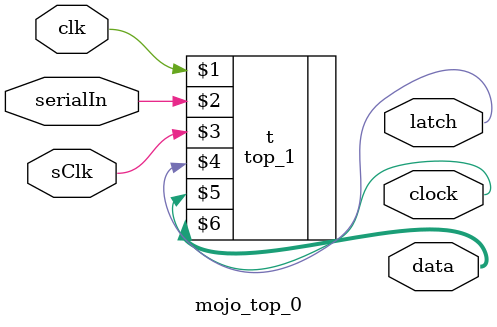
<source format=v>
module mojo_top_0(
    input  clk,
    input serialIn,
    input sClk,
    output latch,
    output clock,
    output [7:0]data
    );

  top_1 t(clk, serialIn, sClk, latch, clock, data);
  /*wire[63:0] top;
  //wire[63:0] botom = 0;
  wire[767:0] data;*/
  
  /*signal_shift a1 (clk, 277, top[0]);
  signal_shift a2 (clk, 249, top[1]);
  signal_shift a3 (clk, -109, top[2]);
  signal_shift a4 (clk, 389, top[3]);
  signal_shift a5 (clk, 445, top[4]);
  signal_shift a6 (clk, 53, top[5]);
  signal_shift a7 (clk, 496, top[6]);
  signal_shift a8 (clk, 589, top[7]);
  signal_shift a9 (clk, 183, top[8]);
  signal_shift a10 (clk, 261, top[9]);
  signal_shift a11 (clk, -2, top[10]);
  signal_shift a12 (clk, 563, top[11]);
  signal_shift a13 (clk, -608, top[12]);
  signal_shift a14 (clk, 213, top[13]);
  signal_shift a15 (clk, 573, top[14]);
  signal_shift a16 (clk, 561, top[15]);
  signal_shift a17 (clk, -260, top[16]);
  signal_shift a18 (clk, -100, top[17]);
  signal_shift a19 (clk, -285, top[18]);
  signal_shift a20 (clk, 350, top[19]);
  signal_shift a21 (clk, 478, top[20]);
  signal_shift a22 (clk, 27, top[21]);
  signal_shift a23 (clk, 311, top[22]);
  signal_shift a24 (clk, 204, top[23]);
  signal_shift a25 (clk, 133, top[24]);
  signal_shift a26 (clk, 329, top[25]);
  signal_shift a27 (clk, 166, top[26]);
  signal_shift a28 (clk, -420, top[27]);
  signal_shift a29 (clk, -107, top[28]);
  signal_shift a30 (clk, -587, top[29]);
  signal_shift a31 (clk, -374, top[30]);
  signal_shift a32 (clk, -549, top[31]);
  signal_shift a33 (clk, 76, top[32]);
  signal_shift a34 (clk, 251, top[33]);
  signal_shift a35 (clk, 38, top[34]);
  signal_shift a36 (clk, 518, top[35]);
  signal_shift a37 (clk, 205, top[36]);
  signal_shift a38 (clk, -459, top[37]);
  signal_shift a39 (clk, -296, top[38]);
  signal_shift a40 (clk, -492, top[39]);
  signal_shift a41 (clk, -421, top[40]);
  signal_shift a42 (clk, -315, top[41]);
  signal_shift a43 (clk, -598, top[42]);
  signal_shift a44 (clk, -147, top[43]);
  signal_shift a45 (clk, -275, top[44]);
  signal_shift a46 (clk, 340, top[45]);
  signal_shift a47 (clk, 526, top[46]);
  signal_shift a48 (clk, 365, top[47]);
  signal_shift a49 (clk, -64, top[48]);
  signal_shift a50 (clk, -52, top[49]);
  signal_shift a51 (clk, -412, top[50]);
  signal_shift a52 (clk, 17, top[51]);
  signal_shift a53 (clk, -62, top[52]);
  signal_shift a54 (clk, 623, top[53]);
  signal_shift a55 (clk, -364, top[54]);
  signal_shift a56 (clk, -442, top[55]);
  signal_shift a57 (clk, -36, top[56]);
  signal_shift a58 (clk, -130, top[57]);
  signal_shift a59 (clk, -573, top[58]);
  signal_shift a60 (clk, -180, top[59]);
  signal_shift a61 (clk, -236, top[60]);
  signal_shift a62 (clk, 516, top[61]);
  signal_shift a63 (clk, -376, top[62]);
  signal_shift a64 (clk, -349, top[63]);*/
  
  /*signal_shift a1 (clk, 430, top[0]);
  signal_shift a2 (clk, -554, top[1]);
  signal_shift a3 (clk, 584, top[2]);
  signal_shift a4 (clk, -46, top[3]);
  signal_shift a5 (clk, 579, top[4]);
  signal_shift a6 (clk, -41, top[5]);
  signal_shift a7 (clk, 71, top[6]);
  signal_shift a8 (clk, -195, top[7]);
  signal_shift a9 (clk, -554, top[8]);
  signal_shift a10 (clk, -46, top[9]);
  signal_shift a11 (clk, 87, top[10]);
  signal_shift a12 (clk, -374, top[11]);
  signal_shift a13 (clk, 251, top[12]);
  signal_shift a14 (clk, -538, top[13]);
  signal_shift a15 (clk, 579, top[14]);
  signal_shift a16 (clk, 71, top[15]);
  signal_shift a17 (clk, 584, top[16]);
  signal_shift a18 (clk, 87, top[17]);
  signal_shift a19 (clk, 513, top[18]);
  signal_shift a20 (clk, 296, top[19]);
  signal_shift a21 (clk, -329, top[20]);
  signal_shift a22 (clk, -112, top[21]);
  signal_shift a23 (clk, -538, top[22]);
  signal_shift a24 (clk, -41, top[23]);
  signal_shift a25 (clk, -46, top[24]);
  signal_shift a26 (clk, -374, top[25]);
  signal_shift a27 (clk, 296, top[26]);
  signal_shift a28 (clk, 334, top[27]);
  signal_shift a29 (clk, -291, top[28]);
  signal_shift a30 (clk, -329, top[29]);
  signal_shift a31 (clk, 251, top[30]);
  signal_shift a32 (clk, 579, top[31]);
  signal_shift a33 (clk, -46, top[32]);
  signal_shift a34 (clk, -374, top[33]);
  signal_shift a35 (clk, 296, top[34]);
  signal_shift a36 (clk, 334, top[35]);
  signal_shift a37 (clk, -291, top[36]);
  signal_shift a38 (clk, -329, top[37]);
  signal_shift a39 (clk, 251, top[38]);
  signal_shift a40 (clk, 579, top[39]);
  signal_shift a41 (clk, 584, top[40]);
  signal_shift a42 (clk, 87, top[41]);
  signal_shift a43 (clk, 513, top[42]);
  signal_shift a44 (clk, 296, top[43]);
  signal_shift a45 (clk, -329, top[44]);
  signal_shift a46 (clk, -112, top[45]);
  signal_shift a47 (clk, -538, top[46]);
  signal_shift a48 (clk, -41, top[47]);
  signal_shift a49 (clk, -554, top[48]);
  signal_shift a50 (clk, -46, top[49]);
  signal_shift a51 (clk, 87, top[50]);
  signal_shift a52 (clk, -374, top[51]);
  signal_shift a53 (clk, 251, top[52]);
  signal_shift a54 (clk, -538, top[53]);
  signal_shift a55 (clk, 579, top[54]);
  signal_shift a56 (clk, 71, top[55]);
  signal_shift a57 (clk, 430, top[56]);
  signal_shift a58 (clk, -554, top[57]);
  signal_shift a59 (clk, 584, top[58]);
  signal_shift a60 (clk, -46, top[59]);
  signal_shift a61 (clk, 579, top[60]);
  signal_shift a62 (clk, -41, top[61]);
  signal_shift a63 (clk, 71, top[62]);
  signal_shift a64 (clk, -195, top[63]);*/
  
  //szczypce centrum
  /*signal_shift a1 (clk, -59, top[0]);
  signal_shift a2 (clk, 145, top[1]);
  signal_shift a3 (clk, -27, top[2]);
  signal_shift a4 (clk, 556, top[3]);
  signal_shift a5 (clk, -69, top[4]);
  signal_shift a6 (clk, 598, top[5]);
  signal_shift a7 (clk, -480, top[6]);
  signal_shift a8 (clk, 566, top[7]);
  signal_shift a9 (clk, 145, top[8]);
  signal_shift a10 (clk, 556, top[9]);
  signal_shift a11 (clk, 586, top[10]);
  signal_shift a12 (clk, 52, top[11]);
  signal_shift a13 (clk, -573, top[12]);
  signal_shift a14 (clk, -39, top[13]);
  signal_shift a15 (clk, -69, top[14]);
  signal_shift a16 (clk, -480, top[15]);
  signal_shift a17 (clk, -27, top[16]);
  signal_shift a18 (clk, 586, top[17]);
  signal_shift a19 (clk, -412, top[18]);
  signal_shift a20 (clk, 469, top[19]);
  signal_shift a21 (clk, -156, top[20]);
  signal_shift a22 (clk, 213, top[21]);
  signal_shift a23 (clk, -39, top[22]);
  signal_shift a24 (clk, 598, top[23]);
  signal_shift a25 (clk, 556, top[24]);
  signal_shift a26 (clk, 52, top[25]);
  signal_shift a27 (clk, 469, top[26]);
  signal_shift a28 (clk, 243, top[27]);
  signal_shift a29 (clk, -382, top[28]);
  signal_shift a30 (clk, -156, top[29]);
  signal_shift a31 (clk, -573, top[30]);
  signal_shift a32 (clk, -69, top[31]);
  signal_shift a33 (clk, 556, top[32]);
  signal_shift a34 (clk, 52, top[33]);
  signal_shift a35 (clk, 469, top[34]);
  signal_shift a36 (clk, 243, top[35]);
  signal_shift a37 (clk, -382, top[36]);
  signal_shift a38 (clk, -156, top[37]);
  signal_shift a39 (clk, -573, top[38]);
  signal_shift a40 (clk, -69, top[39]);
  signal_shift a41 (clk, -27, top[40]);
  signal_shift a42 (clk, 586, top[41]);
  signal_shift a43 (clk, -412, top[42]);
  signal_shift a44 (clk, 469, top[43]);
  signal_shift a45 (clk, -156, top[44]);
  signal_shift a46 (clk, 213, top[45]);
  signal_shift a47 (clk, -39, top[46]);
  signal_shift a48 (clk, 598, top[47]);
  signal_shift a49 (clk, 145, top[48]);
  signal_shift a50 (clk, 556, top[49]);
  signal_shift a51 (clk, 586, top[50]);
  signal_shift a52 (clk, 52, top[51]);
  signal_shift a53 (clk, -573, top[52]);
  signal_shift a54 (clk, -39, top[53]);
  signal_shift a55 (clk, -69, top[54]);
  signal_shift a56 (clk, -480, top[55]);
  signal_shift a57 (clk, -59, top[56]);
  signal_shift a58 (clk, 145, top[57]);
  signal_shift a59 (clk, -27, top[58]);
  signal_shift a60 (clk, 556, top[59]);
  signal_shift a61 (clk, -69, top[60]);
  signal_shift a62 (clk, 598, top[61]);
  signal_shift a63 (clk, -480, top[62]);
  signal_shift a64 (clk, 566, top[63]);*/
  
  //focus centrum
  /*signal_shift a1 (clk, 566, top[0]);
  signal_shift a2 (clk, -480, top[1]);
  signal_shift a3 (clk, 598, top[2]);
  signal_shift a4 (clk, -69, top[3]);
  signal_shift a5 (clk, -69, top[4]);
  signal_shift a6 (clk, 598, top[5]);
  signal_shift a7 (clk, -480, top[6]);
  signal_shift a8 (clk, 566, top[7]);
  signal_shift a9 (clk, -480, top[8]);
  signal_shift a10 (clk, -69, top[9]);
  signal_shift a11 (clk, -39, top[10]);
  signal_shift a12 (clk, -573, top[11]);
  signal_shift a13 (clk, -573, top[12]);
  signal_shift a14 (clk, -39, top[13]);
  signal_shift a15 (clk, -69, top[14]);
  signal_shift a16 (clk, -480, top[15]);
  signal_shift a17 (clk, 598, top[16]);
  signal_shift a18 (clk, -39, top[17]);
  signal_shift a19 (clk, 213, top[18]);
  signal_shift a20 (clk, -156, top[19]);
  signal_shift a21 (clk, -156, top[20]);
  signal_shift a22 (clk, 213, top[21]);
  signal_shift a23 (clk, -39, top[22]);
  signal_shift a24 (clk, 598, top[23]);
  signal_shift a25 (clk, -69, top[24]);
  signal_shift a26 (clk, -573, top[25]);
  signal_shift a27 (clk, -156, top[26]);
  signal_shift a28 (clk, -382, top[27]);
  signal_shift a29 (clk, -382, top[28]);
  signal_shift a30 (clk, -156, top[29]);
  signal_shift a31 (clk, -573, top[30]);
  signal_shift a32 (clk, -69, top[31]);
  signal_shift a33 (clk, -69, top[32]);
  signal_shift a34 (clk, -573, top[33]);
  signal_shift a35 (clk, -156, top[34]);
  signal_shift a36 (clk, -382, top[35]);
  signal_shift a37 (clk, -382, top[36]);
  signal_shift a38 (clk, -156, top[37]);
  signal_shift a39 (clk, -573, top[38]);
  signal_shift a40 (clk, -69, top[39]);
  signal_shift a41 (clk, 598, top[40]);
  signal_shift a42 (clk, -39, top[41]);
  signal_shift a43 (clk, 213, top[42]);
  signal_shift a44 (clk, -156, top[43]);
  signal_shift a45 (clk, -156, top[44]);
  signal_shift a46 (clk, 213, top[45]);
  signal_shift a47 (clk, -39, top[46]);
  signal_shift a48 (clk, 598, top[47]);
  signal_shift a49 (clk, -480, top[48]);
  signal_shift a50 (clk, -69, top[49]);
  signal_shift a51 (clk, -39, top[50]);
  signal_shift a52 (clk, -573, top[51]);
  signal_shift a53 (clk, -573, top[52]);
  signal_shift a54 (clk, -39, top[53]);
  signal_shift a55 (clk, -69, top[54]);
  signal_shift a56 (clk, -480, top[55]);
  signal_shift a57 (clk, 566, top[56]);
  signal_shift a58 (clk, -480, top[57]);
  signal_shift a59 (clk, 598, top[58]);
  signal_shift a60 (clk, -69, top[59]);
  signal_shift a61 (clk, -69, top[60]);
  signal_shift a62 (clk, 598, top[61]);
  signal_shift a63 (clk, -480, top[62]);
  signal_shift a64 (clk, 566, top[63]);*/
  
  //focus offset
  /*signal_shift a1 (clk, -47, top[0]);
  signal_shift a2 (clk, 16, top[1]);
  signal_shift a3 (clk, -345, top[2]);
  signal_shift a4 (clk, 4, top[3]);
  signal_shift a5 (clk, -242, top[4]);
  signal_shift a6 (clk, 208, top[5]);
  signal_shift a7 (clk, 210, top[6]);
  signal_shift a8 (clk, -115, top[7]);
  signal_shift a9 (clk, 240, top[8]);
  signal_shift a10 (clk, 514, top[9]);
  signal_shift a11 (clk, 335, top[10]);
  signal_shift a12 (clk, -482, top[11]);
  signal_shift a13 (clk, 462, top[12]);
  signal_shift a14 (clk, -509, top[13]);
  signal_shift a15 (clk, 534, top[14]);
  signal_shift a16 (clk, 9, top[15]);
  signal_shift a17 (clk, 147, top[16]);
  signal_shift a18 (clk, -615, top[17]);
  signal_shift a19 (clk, -582, top[18]);
  signal_shift a20 (clk, -41, top[19]);
  signal_shift a21 (clk, -424, top[20]);
  signal_shift a22 (clk, -348, top[21]);
  signal_shift a23 (clk, 477, top[22]);
  signal_shift a24 (clk, -234, top[23]);
  signal_shift a25 (clk, -470, top[24]);
  signal_shift a26 (clk, 167, top[25]);
  signal_shift a27 (clk, 368, top[26]);
  signal_shift a28 (clk, -244, top[27]);
  signal_shift a29 (clk, 551, top[28]);
  signal_shift a30 (clk, 463, top[29]);
  signal_shift a31 (clk, -117, top[30]);
  signal_shift a32 (clk, 304, top[31]);
  signal_shift a33 (clk, -470, top[32]);
  signal_shift a34 (clk, 167, top[33]);
  signal_shift a35 (clk, 368, top[34]);
  signal_shift a36 (clk, -244, top[35]);
  signal_shift a37 (clk, 551, top[36]);
  signal_shift a38 (clk, 463, top[37]);
  signal_shift a39 (clk, -117, top[38]);
  signal_shift a40 (clk, 304, top[39]);
  signal_shift a41 (clk, 147, top[40]);
  signal_shift a42 (clk, -615, top[41]);
  signal_shift a43 (clk, -582, top[42]);
  signal_shift a44 (clk, -41, top[43]);
  signal_shift a45 (clk, -424, top[44]);
  signal_shift a46 (clk, -348, top[45]);
  signal_shift a47 (clk, 477, top[46]);
  signal_shift a48 (clk, -234, top[47]);
  signal_shift a49 (clk, 240, top[48]);
  signal_shift a50 (clk, 514, top[49]);
  signal_shift a51 (clk, 335, top[50]);
  signal_shift a52 (clk, -482, top[51]);
  signal_shift a53 (clk, 462, top[52]);
  signal_shift a54 (clk, -509, top[53]);
  signal_shift a55 (clk, 534, top[54]);
  signal_shift a56 (clk, 9, top[55]);
  signal_shift a57 (clk, -47, top[56]);
  signal_shift a58 (clk, 16, top[57]);
  signal_shift a59 (clk, -345, top[58]);
  signal_shift a60 (clk, 4, top[59]);
  signal_shift a61 (clk, -242, top[60]);
  signal_shift a62 (clk, 208, top[61]);
  signal_shift a63 (clk, 210, top[62]);
  signal_shift a64 (clk, -115, top[63]);*/
  
  
  /*signal_shift a1 (clk, data[11:0], top[0]);
  signal_shift a2 (clk, data[23:12], top[1]);
  signal_shift a3 (clk, data[35:24], top[2]);
  signal_shift a4 (clk, data[47:36], top[3]);
  signal_shift a5 (clk, data[59:48], top[4]);
  signal_shift a6 (clk, data[71:60], top[5]);
  signal_shift a7 (clk, data[83:72], top[6]);
  signal_shift a8 (clk, data[95:84], top[7]);
  signal_shift a9 (clk, data[107:96], top[8]);
  signal_shift a10 (clk, data[119:108], top[9]);
  signal_shift a11 (clk, data[131:120], top[10]);
  signal_shift a12 (clk, data[143:132], top[11]);
  signal_shift a13 (clk, data[155:144], top[12]);
  signal_shift a14 (clk, data[167:156], top[13]);
  signal_shift a15 (clk, data[179:168], top[14]);
  signal_shift a16 (clk, data[191:180], top[15]);
  signal_shift a17 (clk, data[203:192], top[16]);
  signal_shift a18 (clk, data[215:204], top[17]);
  signal_shift a19 (clk, data[227:216], top[18]);
  signal_shift a20 (clk, data[239:228], top[19]);
  signal_shift a21 (clk, data[251:240], top[20]);
  signal_shift a22 (clk, data[263:252], top[21]);
  signal_shift a23 (clk, data[275:264], top[22]);
  signal_shift a24 (clk, data[287:276], top[23]);
  signal_shift a25 (clk, data[299:288], top[24]);
  signal_shift a26 (clk, data[311:300], top[25]);
  signal_shift a27 (clk, data[323:312], top[26]);
  signal_shift a28 (clk, data[335:324], top[27]);
  signal_shift a29 (clk, data[347:336], top[28]);
  signal_shift a30 (clk, data[359:348], top[29]);
  signal_shift a31 (clk, data[371:360], top[30]);
  signal_shift a32 (clk, data[383:372], top[31]);
  signal_shift a33 (clk, data[395:384], top[32]);
  signal_shift a34 (clk, data[407:396], top[33]);
  signal_shift a35 (clk, data[419:408], top[34]);
  signal_shift a36 (clk, data[431:420], top[35]);
  signal_shift a37 (clk, data[443:432], top[36]);
  signal_shift a38 (clk, data[455:444], top[37]);
  signal_shift a39 (clk, data[467:456], top[38]);
  signal_shift a40 (clk, data[479:468], top[39]);
  signal_shift a41 (clk, data[491:480], top[40]);
  signal_shift a42 (clk, data[503:492], top[41]);
  signal_shift a43 (clk, data[515:504], top[42]);
  signal_shift a44 (clk, data[527:516], top[43]);
  signal_shift a45 (clk, data[539:528], top[44]);
  signal_shift a46 (clk, data[551:540], top[45]);
  signal_shift a47 (clk, data[563:552], top[46]);
  signal_shift a48 (clk, data[575:564], top[47]);
  signal_shift a49 (clk, data[587:576], top[48]);
  signal_shift a50 (clk, data[599:588], top[49]);
  signal_shift a51 (clk, data[611:600], top[50]);
  signal_shift a52 (clk, data[623:612], top[51]);
  signal_shift a53 (clk, data[635:624], top[52]);
  signal_shift a54 (clk, data[647:636], top[53]);
  signal_shift a55 (clk, data[659:648], top[54]);
  signal_shift a56 (clk, data[671:660], top[55]);
  signal_shift a57 (clk, data[683:672], top[56]);
  signal_shift a58 (clk, data[695:684], top[57]);
  signal_shift a59 (clk, data[707:696], top[58]);
  signal_shift a60 (clk, data[719:708], top[59]);
  signal_shift a61 (clk, data[731:720], top[60]);
  signal_shift a62 (clk, data[743:732], top[61]);
  signal_shift a63 (clk, data[755:744], top[62]);
  signal_shift a64 (clk, data[767:756], top[63]);
  
  
  shift_register b(clk, top, latch, clock, data);*/

endmodule
</source>
